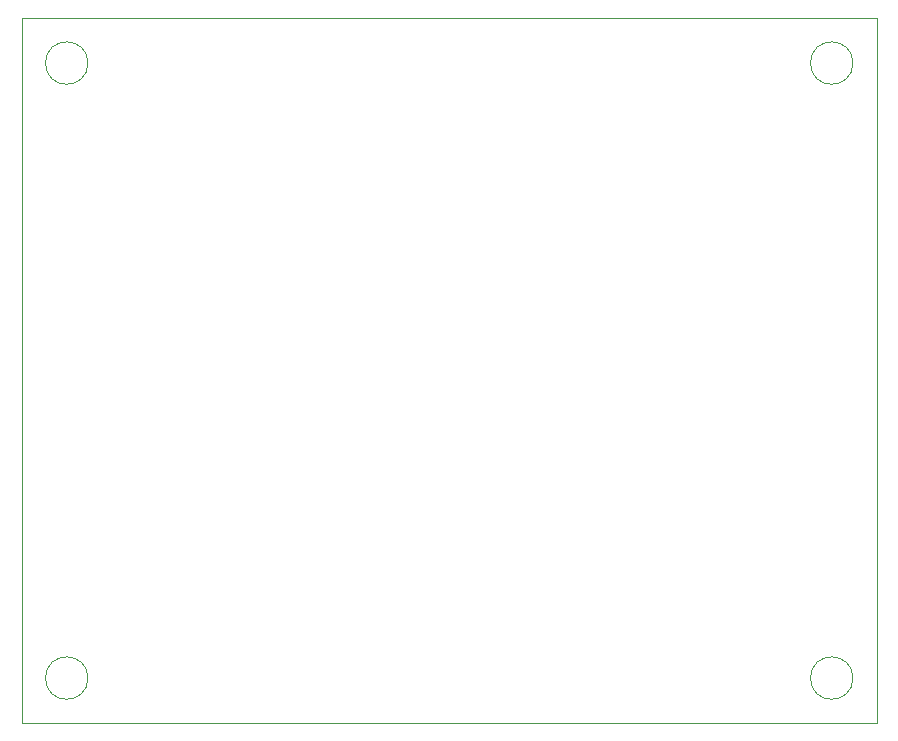
<source format=gbr>
%TF.GenerationSoftware,KiCad,Pcbnew,8.0.1*%
%TF.CreationDate,2024-07-19T13:11:38-07:00*%
%TF.ProjectId,MoonPhase,4d6f6f6e-5068-4617-9365-2e6b69636164,rev?*%
%TF.SameCoordinates,Original*%
%TF.FileFunction,Profile,NP*%
%FSLAX46Y46*%
G04 Gerber Fmt 4.6, Leading zero omitted, Abs format (unit mm)*
G04 Created by KiCad (PCBNEW 8.0.1) date 2024-07-19 13:11:38*
%MOMM*%
%LPD*%
G01*
G04 APERTURE LIST*
%TA.AperFunction,Profile*%
%ADD10C,0.050000*%
%TD*%
G04 APERTURE END LIST*
D10*
X184676051Y-115570000D02*
G75*
G02*
X181083949Y-115570000I-1796051J0D01*
G01*
X181083949Y-115570000D02*
G75*
G02*
X184676051Y-115570000I1796051J0D01*
G01*
X119906051Y-115570000D02*
G75*
G02*
X116313949Y-115570000I-1796051J0D01*
G01*
X116313949Y-115570000D02*
G75*
G02*
X119906051Y-115570000I1796051J0D01*
G01*
X114300000Y-59690000D02*
X186690000Y-59690000D01*
X186690000Y-119380000D01*
X114300000Y-119380000D01*
X114300000Y-59690000D01*
X184676051Y-63500000D02*
G75*
G02*
X181083949Y-63500000I-1796051J0D01*
G01*
X181083949Y-63500000D02*
G75*
G02*
X184676051Y-63500000I1796051J0D01*
G01*
X119906051Y-63500000D02*
G75*
G02*
X116313949Y-63500000I-1796051J0D01*
G01*
X116313949Y-63500000D02*
G75*
G02*
X119906051Y-63500000I1796051J0D01*
G01*
M02*

</source>
